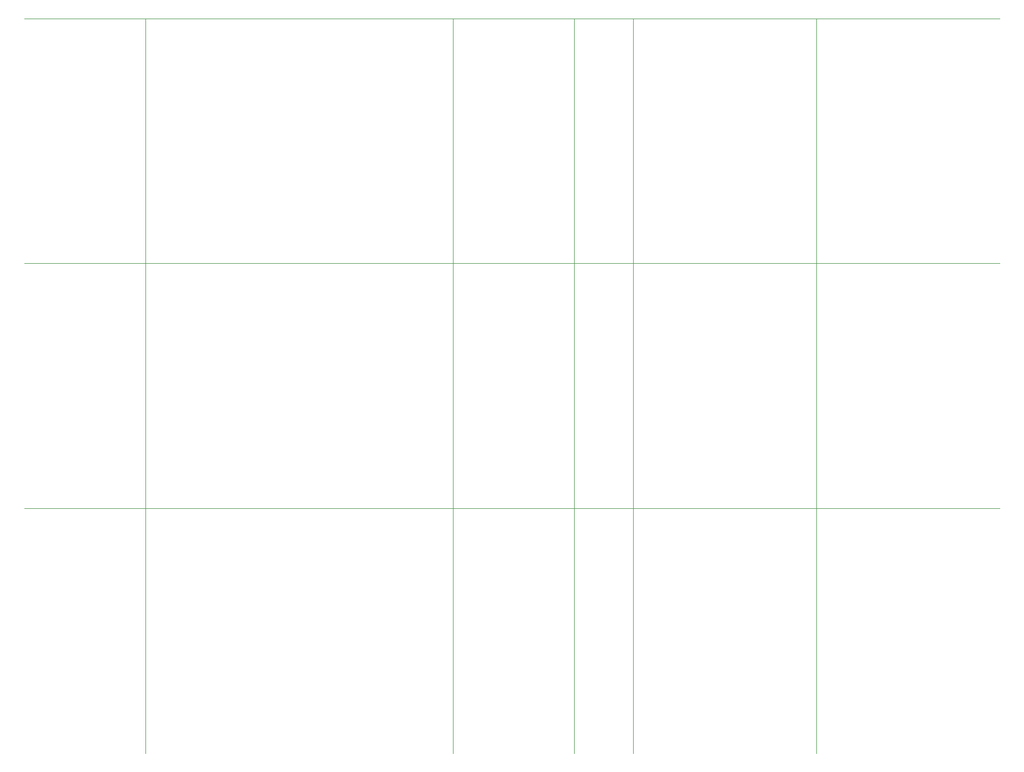
<source format=gbr>
G75*
G71*
%MOMM*%
%OFA0B0*%
%FSLAX53Y53*%
%IPPOS*%
%LPD*%
%ADD10C,0.00100*%
D10*
X0000000Y0040130D02*
X0159500Y0040130D01*
X0000000Y0080260D02*
X0159500Y0080260D01*
X0000000Y0120390D02*
X0159500Y0120390D01*
X0019810Y0000000D02*
X0019810Y0120390D01*
X0070100Y0000000D02*
X0070100Y0120390D01*
X0089910Y0000000D02*
X0089910Y0120390D01*
X0099560Y0000000D02*
X0099560Y0120390D01*
X0129530Y0000000D02*
X0129530Y0120390D01*
M02*

</source>
